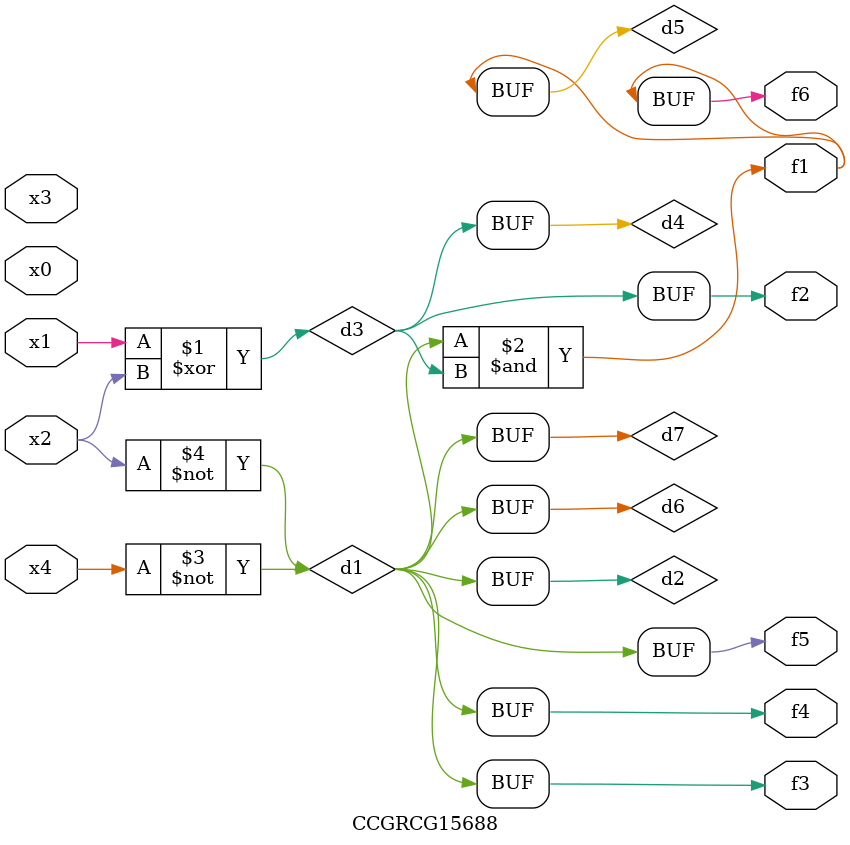
<source format=v>
module CCGRCG15688(
	input x0, x1, x2, x3, x4,
	output f1, f2, f3, f4, f5, f6
);

	wire d1, d2, d3, d4, d5, d6, d7;

	not (d1, x4);
	not (d2, x2);
	xor (d3, x1, x2);
	buf (d4, d3);
	and (d5, d1, d3);
	buf (d6, d1, d2);
	buf (d7, d2);
	assign f1 = d5;
	assign f2 = d4;
	assign f3 = d7;
	assign f4 = d7;
	assign f5 = d7;
	assign f6 = d5;
endmodule

</source>
